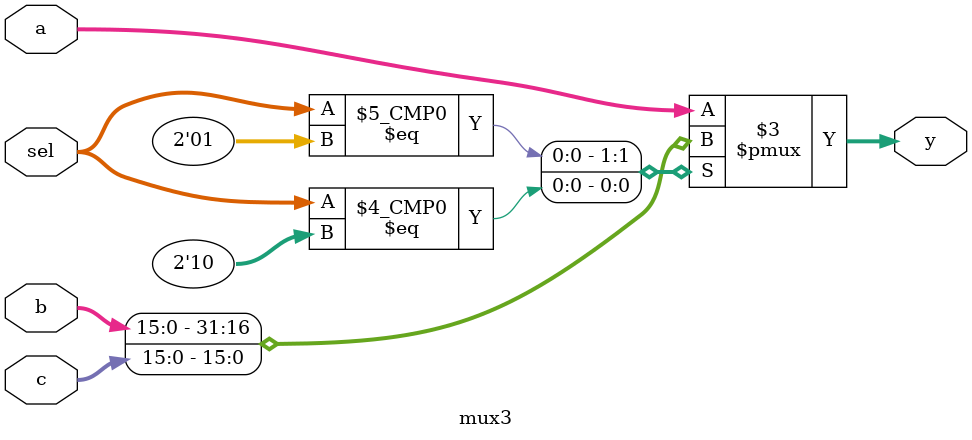
<source format=sv>
module mux3(
    input  logic [15:0] a,
    input  logic [15:0] b,
    input  logic [15:0] c,
    input  logic [1:0] sel,
    output logic [15:0] y
);
always_comb begin
    unique case (sel)
        2'b00: y = a;
        2'b01: y = b;
        2'b10: y = c;
        default: y = a; 
    endcase
    end
endmodule

</source>
